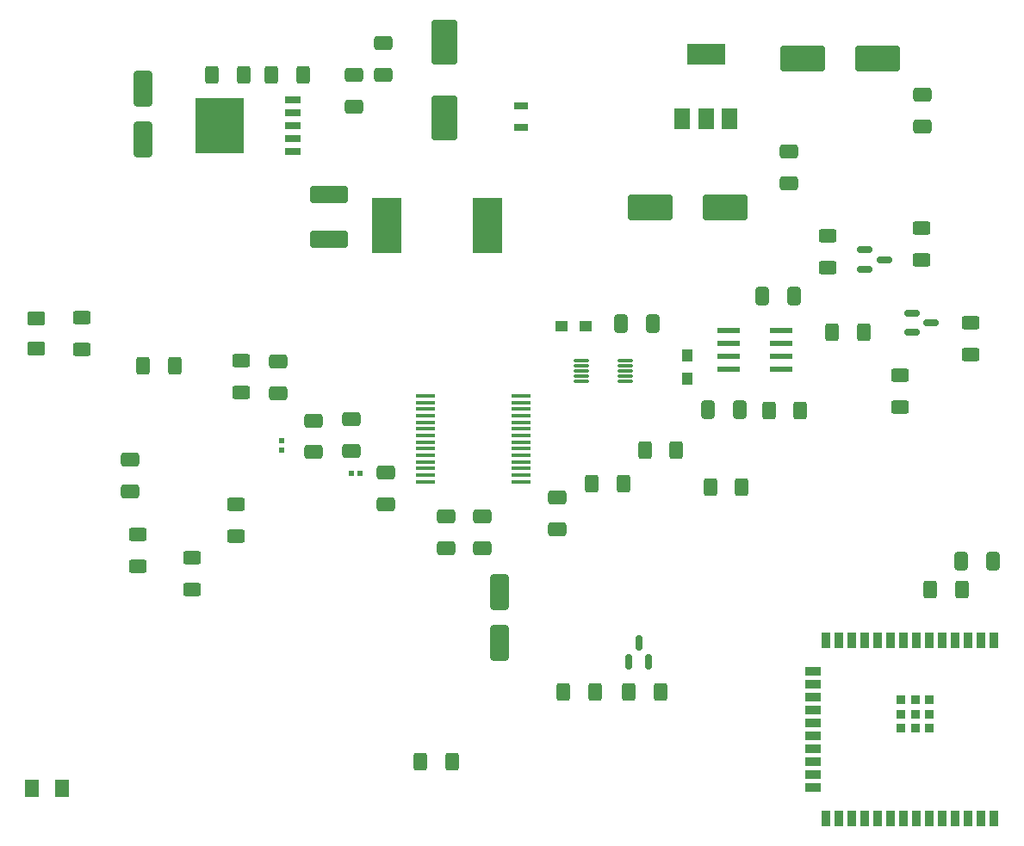
<source format=gbr>
%TF.GenerationSoftware,KiCad,Pcbnew,7.0.6*%
%TF.CreationDate,2024-08-06T23:51:48+05:30*%
%TF.ProjectId,Icon_Power_Load_V2,49636f6e-5f50-46f7-9765-725f4c6f6164,rev?*%
%TF.SameCoordinates,Original*%
%TF.FileFunction,Paste,Top*%
%TF.FilePolarity,Positive*%
%FSLAX46Y46*%
G04 Gerber Fmt 4.6, Leading zero omitted, Abs format (unit mm)*
G04 Created by KiCad (PCBNEW 7.0.6) date 2024-08-06 23:51:48*
%MOMM*%
%LPD*%
G01*
G04 APERTURE LIST*
G04 Aperture macros list*
%AMRoundRect*
0 Rectangle with rounded corners*
0 $1 Rounding radius*
0 $2 $3 $4 $5 $6 $7 $8 $9 X,Y pos of 4 corners*
0 Add a 4 corners polygon primitive as box body*
4,1,4,$2,$3,$4,$5,$6,$7,$8,$9,$2,$3,0*
0 Add four circle primitives for the rounded corners*
1,1,$1+$1,$2,$3*
1,1,$1+$1,$4,$5*
1,1,$1+$1,$6,$7*
1,1,$1+$1,$8,$9*
0 Add four rect primitives between the rounded corners*
20,1,$1+$1,$2,$3,$4,$5,0*
20,1,$1+$1,$4,$5,$6,$7,0*
20,1,$1+$1,$6,$7,$8,$9,0*
20,1,$1+$1,$8,$9,$2,$3,0*%
G04 Aperture macros list end*
%ADD10RoundRect,0.250000X-0.412500X-0.650000X0.412500X-0.650000X0.412500X0.650000X-0.412500X0.650000X0*%
%ADD11RoundRect,0.250000X-0.650000X0.412500X-0.650000X-0.412500X0.650000X-0.412500X0.650000X0.412500X0*%
%ADD12RoundRect,0.250000X0.650000X-1.500000X0.650000X1.500000X-0.650000X1.500000X-0.650000X-1.500000X0*%
%ADD13RoundRect,0.250000X0.625000X-0.400000X0.625000X0.400000X-0.625000X0.400000X-0.625000X-0.400000X0*%
%ADD14RoundRect,0.250000X-0.400000X-0.625000X0.400000X-0.625000X0.400000X0.625000X-0.400000X0.625000X0*%
%ADD15RoundRect,0.250001X0.462499X0.624999X-0.462499X0.624999X-0.462499X-0.624999X0.462499X-0.624999X0*%
%ADD16RoundRect,0.150000X-0.587500X-0.150000X0.587500X-0.150000X0.587500X0.150000X-0.587500X0.150000X0*%
%ADD17R,2.209800X0.609600*%
%ADD18RoundRect,0.250000X0.400000X0.625000X-0.400000X0.625000X-0.400000X-0.625000X0.400000X-0.625000X0*%
%ADD19RoundRect,0.250001X0.624999X-0.462499X0.624999X0.462499X-0.624999X0.462499X-0.624999X-0.462499X0*%
%ADD20RoundRect,0.250000X0.650000X-0.412500X0.650000X0.412500X-0.650000X0.412500X-0.650000X-0.412500X0*%
%ADD21RoundRect,0.250000X-0.625000X0.400000X-0.625000X-0.400000X0.625000X-0.400000X0.625000X0.400000X0*%
%ADD22R,1.150000X1.000000*%
%ADD23RoundRect,0.250000X-1.625000X0.587500X-1.625000X-0.587500X1.625000X-0.587500X1.625000X0.587500X0*%
%ADD24RoundRect,0.250000X1.950000X1.000000X-1.950000X1.000000X-1.950000X-1.000000X1.950000X-1.000000X0*%
%ADD25R,1.000000X1.150000*%
%ADD26RoundRect,0.035000X-0.700000X-0.105000X0.700000X-0.105000X0.700000X0.105000X-0.700000X0.105000X0*%
%ADD27R,0.900000X1.500000*%
%ADD28R,1.500000X0.900000*%
%ADD29R,0.900000X0.900000*%
%ADD30R,2.900000X5.400000*%
%ADD31RoundRect,0.150000X0.150000X-0.587500X0.150000X0.587500X-0.150000X0.587500X-0.150000X-0.587500X0*%
%ADD32R,1.600000X0.650000*%
%ADD33R,4.840000X5.420000*%
%ADD34R,1.500000X2.000000*%
%ADD35R,3.800000X2.000000*%
%ADD36RoundRect,0.250000X0.412500X0.650000X-0.412500X0.650000X-0.412500X-0.650000X0.412500X-0.650000X0*%
%ADD37R,1.450000X0.750000*%
%ADD38R,1.900000X0.450000*%
%ADD39RoundRect,0.250000X1.000000X-1.950000X1.000000X1.950000X-1.000000X1.950000X-1.000000X-1.950000X0*%
%ADD40R,0.600000X0.540000*%
%ADD41R,0.540000X0.600000*%
%ADD42RoundRect,0.250000X-1.950000X-1.000000X1.950000X-1.000000X1.950000X1.000000X-1.950000X1.000000X0*%
G04 APERTURE END LIST*
D10*
%TO.C,C10*%
X153479100Y-83921600D03*
X156604100Y-83921600D03*
%TD*%
D11*
%TO.C,C9*%
X169976800Y-66941300D03*
X169976800Y-70066300D03*
%TD*%
D12*
%TO.C,D1*%
X106426000Y-65746000D03*
X106426000Y-60746000D03*
%TD*%
D13*
%TO.C,R4*%
X116103400Y-90653200D03*
X116103400Y-87553200D03*
%TD*%
D14*
%TO.C,R24*%
X150596000Y-99669600D03*
X153696000Y-99669600D03*
%TD*%
D15*
%TO.C,D6*%
X98490100Y-129616200D03*
X95515100Y-129616200D03*
%TD*%
D14*
%TO.C,R7*%
X147802000Y-120142000D03*
X150902000Y-120142000D03*
%TD*%
D16*
%TO.C,Q2*%
X177449000Y-76647000D03*
X177449000Y-78547000D03*
X179324000Y-77597000D03*
%TD*%
D17*
%TO.C,U8*%
X164007800Y-84582000D03*
X164007800Y-85852000D03*
X164007800Y-87122000D03*
X164007800Y-88392000D03*
X169240200Y-88392000D03*
X169240200Y-87122000D03*
X169240200Y-85852000D03*
X169240200Y-84582000D03*
%TD*%
D18*
%TO.C,R17*%
X171095000Y-92456000D03*
X167995000Y-92456000D03*
%TD*%
D19*
%TO.C,D5*%
X95964000Y-86327500D03*
X95964000Y-83352500D03*
%TD*%
D20*
%TO.C,C3*%
X130048000Y-59423700D03*
X130048000Y-56298700D03*
%TD*%
D13*
%TO.C,R26*%
X111328200Y-110033400D03*
X111328200Y-106933400D03*
%TD*%
D21*
%TO.C,R27*%
X105943400Y-104622000D03*
X105943400Y-107722000D03*
%TD*%
D13*
%TO.C,R8*%
X173736000Y-78385000D03*
X173736000Y-75285000D03*
%TD*%
D22*
%TO.C,L2*%
X149942800Y-84124800D03*
X147592800Y-84124800D03*
%TD*%
D11*
%TO.C,C17*%
X147218400Y-101002700D03*
X147218400Y-104127700D03*
%TD*%
D20*
%TO.C,C18*%
X123234000Y-96542500D03*
X123234000Y-93417500D03*
%TD*%
D23*
%TO.C,D2*%
X124790200Y-71218500D03*
X124790200Y-75593500D03*
%TD*%
D13*
%TO.C,R15*%
X182981600Y-77623000D03*
X182981600Y-74523000D03*
%TD*%
D14*
%TO.C,R16*%
X174218000Y-84709000D03*
X177318000Y-84709000D03*
%TD*%
D18*
%TO.C,R6*%
X157302800Y-120142000D03*
X154202800Y-120142000D03*
%TD*%
D24*
%TO.C,C5*%
X163720000Y-72466200D03*
X156320000Y-72466200D03*
%TD*%
D25*
%TO.C,L3*%
X159969200Y-86988400D03*
X159969200Y-89338400D03*
%TD*%
D21*
%TO.C,R19*%
X187833000Y-83794000D03*
X187833000Y-86894000D03*
%TD*%
D26*
%TO.C,U5*%
X149564200Y-87544400D03*
X149564200Y-88044400D03*
X149564200Y-88544400D03*
X149564200Y-89044400D03*
X149564200Y-89544400D03*
X153864200Y-89544400D03*
X153864200Y-89044400D03*
X153864200Y-88544400D03*
X153864200Y-88044400D03*
X153864200Y-87544400D03*
%TD*%
D27*
%TO.C,U1*%
X190089000Y-115048000D03*
X188819000Y-115048000D03*
X187549000Y-115048000D03*
X186279000Y-115048000D03*
X185009000Y-115048000D03*
X183739000Y-115048000D03*
X182469000Y-115048000D03*
X181199000Y-115048000D03*
X179929000Y-115048000D03*
X178659000Y-115048000D03*
X177389000Y-115048000D03*
X176119000Y-115048000D03*
X174849000Y-115048000D03*
X173579000Y-115048000D03*
D28*
X172329000Y-118088000D03*
X172329000Y-119358000D03*
X172329000Y-120628000D03*
X172329000Y-121898000D03*
X172329000Y-123168000D03*
X172329000Y-124438000D03*
X172329000Y-125708000D03*
X172329000Y-126978000D03*
X172329000Y-128248000D03*
X172329000Y-129518000D03*
D27*
X173579000Y-132548000D03*
X174849000Y-132548000D03*
X176119000Y-132548000D03*
X177389000Y-132548000D03*
X178659000Y-132548000D03*
X179929000Y-132548000D03*
X181199000Y-132548000D03*
X182469000Y-132548000D03*
X183739000Y-132548000D03*
X185009000Y-132548000D03*
X186279000Y-132548000D03*
X187549000Y-132548000D03*
X188819000Y-132548000D03*
X190089000Y-132548000D03*
D29*
X183769000Y-120898000D03*
X182369000Y-120898000D03*
X180969000Y-120898000D03*
X183769000Y-122298000D03*
X182369000Y-122298000D03*
X180969000Y-122298000D03*
X183769000Y-123698000D03*
X182369000Y-123698000D03*
X180969000Y-123698000D03*
%TD*%
D30*
%TO.C,L1*%
X130457400Y-74244200D03*
X140357400Y-74244200D03*
%TD*%
D18*
%TO.C,RESP1*%
X186944600Y-110083600D03*
X183844600Y-110083600D03*
%TD*%
D31*
%TO.C,Q1*%
X154244000Y-117193300D03*
X156144000Y-117193300D03*
X155194000Y-115318300D03*
%TD*%
D20*
%TO.C,C15*%
X105156000Y-100393900D03*
X105156000Y-97268900D03*
%TD*%
D14*
%TO.C,R5*%
X133730400Y-126974600D03*
X136830400Y-126974600D03*
%TD*%
D32*
%TO.C,U2*%
X121178000Y-66924000D03*
X121178000Y-65654000D03*
X121183000Y-64384000D03*
X121183000Y-63114000D03*
X121183000Y-61844000D03*
D33*
X113998000Y-64389000D03*
%TD*%
D18*
%TO.C,R2*%
X116332600Y-59410600D03*
X113232600Y-59410600D03*
%TD*%
D13*
%TO.C,R18*%
X180848000Y-92101000D03*
X180848000Y-89001000D03*
%TD*%
D34*
%TO.C,U3*%
X159498000Y-63703600D03*
X161798000Y-63703600D03*
D35*
X161798000Y-57403600D03*
D34*
X164098000Y-63703600D03*
%TD*%
D14*
%TO.C,R23*%
X162214000Y-99990000D03*
X165314000Y-99990000D03*
%TD*%
D36*
%TO.C,C13*%
X170472500Y-81153000D03*
X167347500Y-81153000D03*
%TD*%
D20*
%TO.C,C14*%
X119735600Y-90741900D03*
X119735600Y-87616900D03*
%TD*%
D11*
%TO.C,C22*%
X130324000Y-98537500D03*
X130324000Y-101662500D03*
%TD*%
D13*
%TO.C,R25*%
X115646200Y-104775600D03*
X115646200Y-101675600D03*
%TD*%
D12*
%TO.C,D4*%
X141478000Y-115276000D03*
X141478000Y-110276000D03*
%TD*%
D37*
%TO.C,RV1*%
X143662400Y-64625400D03*
X143662400Y-62425400D03*
%TD*%
D11*
%TO.C,C12*%
X139819400Y-102886100D03*
X139819400Y-106011100D03*
%TD*%
D16*
%TO.C,Q3*%
X182069500Y-82870000D03*
X182069500Y-84770000D03*
X183944500Y-83820000D03*
%TD*%
D38*
%TO.C,IC1*%
X143663400Y-99449600D03*
X143663400Y-98799600D03*
X143663400Y-98149600D03*
X143663400Y-97499600D03*
X143663400Y-96849600D03*
X143663400Y-96199600D03*
X143663400Y-95549600D03*
X143663400Y-94899600D03*
X143663400Y-94249600D03*
X143663400Y-93599600D03*
X143663400Y-92949600D03*
X143663400Y-92299600D03*
X143663400Y-91649600D03*
X143663400Y-90999600D03*
X134263400Y-90999600D03*
X134263400Y-91649600D03*
X134263400Y-92299600D03*
X134263400Y-92949600D03*
X134263400Y-93599600D03*
X134263400Y-94249600D03*
X134263400Y-94899600D03*
X134263400Y-95549600D03*
X134263400Y-96199600D03*
X134263400Y-96849600D03*
X134263400Y-97499600D03*
X134263400Y-98149600D03*
X134263400Y-98799600D03*
X134263400Y-99449600D03*
%TD*%
D13*
%TO.C,R20*%
X100459800Y-86390000D03*
X100459800Y-83290000D03*
%TD*%
D20*
%TO.C,C19*%
X126923800Y-96393000D03*
X126923800Y-93268000D03*
%TD*%
D10*
%TO.C,C16*%
X186880100Y-107238800D03*
X190005100Y-107238800D03*
%TD*%
%TO.C,C8*%
X162013500Y-92354400D03*
X165138500Y-92354400D03*
%TD*%
D39*
%TO.C,C2*%
X136093200Y-63618600D03*
X136093200Y-56218600D03*
%TD*%
D40*
%TO.C,FB1*%
X120124000Y-96302000D03*
X120124000Y-95438000D03*
%TD*%
D11*
%TO.C,C11*%
X136263400Y-102886100D03*
X136263400Y-106011100D03*
%TD*%
D18*
%TO.C,R1*%
X122174600Y-59436000D03*
X119074600Y-59436000D03*
%TD*%
D41*
%TO.C,FB2*%
X126932000Y-98610000D03*
X127796000Y-98610000D03*
%TD*%
D14*
%TO.C,R3*%
X106474000Y-88030000D03*
X109574000Y-88030000D03*
%TD*%
D11*
%TO.C,C6*%
X127203200Y-59422900D03*
X127203200Y-62547900D03*
%TD*%
%TO.C,C4*%
X183108600Y-61353300D03*
X183108600Y-64478300D03*
%TD*%
D14*
%TO.C,R22*%
X155803000Y-96316800D03*
X158903000Y-96316800D03*
%TD*%
D42*
%TO.C,C7*%
X171280600Y-57785000D03*
X178680600Y-57785000D03*
%TD*%
M02*

</source>
